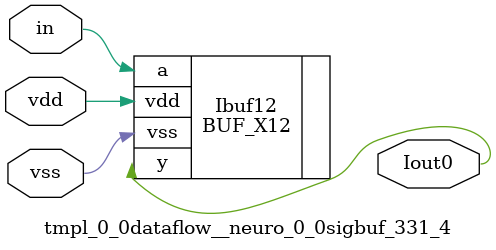
<source format=v>
module tmpl_0_0dataflow__neuro_0_0sigbuf_331_4(in, Iout0 , vdd, vss); 
   input vdd;
   input vss;
   input in;
   

// -- signals ---
   output Iout0 ;
   wire in;

// --- instances
BUF_X12 Ibuf12  (.y(Iout0 ), .a(in), .vdd(vdd), .vss(vss));
endmodule
</source>
